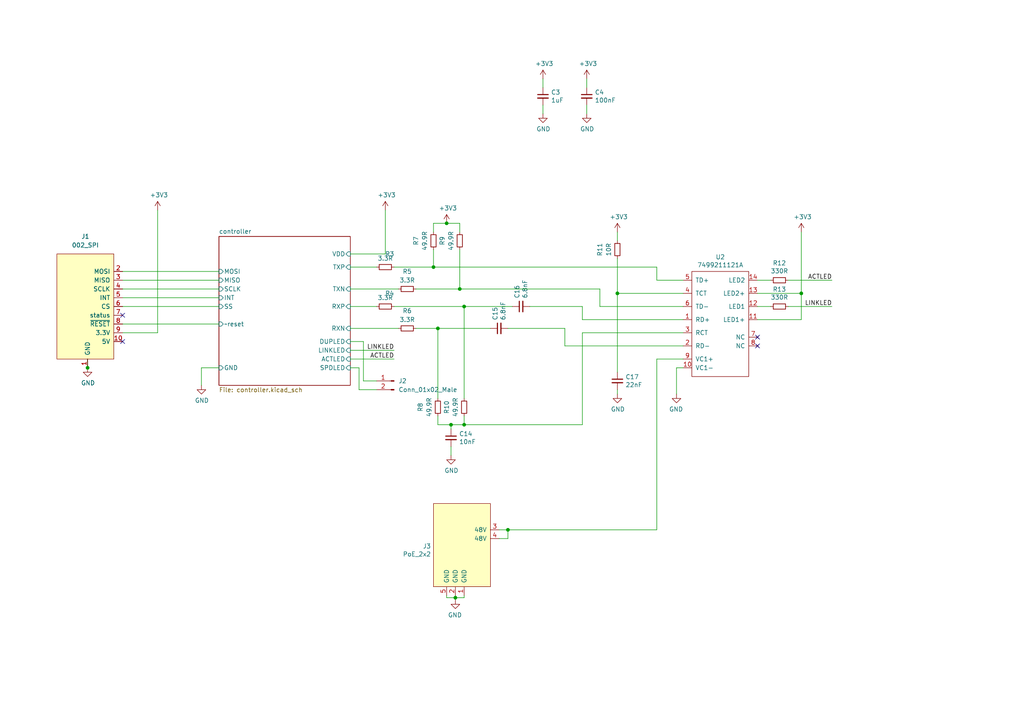
<source format=kicad_sch>
(kicad_sch (version 20211123) (generator eeschema)

  (uuid 0f41a909-27c4-4be2-9d5e-9ae2108c8ff5)

  (paper "A4")

  (lib_symbols
    (symbol "Auto-Intern:7499211121A" (pin_names (offset 1.016)) (in_bom yes) (on_board yes)
      (property "Reference" "U" (id 0) (at -7.62 13.97 0)
        (effects (font (size 1.27 1.27)))
      )
      (property "Value" "Auto-Intern_7499211121A" (id 1) (at 3.81 13.97 0)
        (effects (font (size 1.27 1.27)))
      )
      (property "Footprint" "" (id 2) (at -2.54 7.62 0)
        (effects (font (size 1.27 1.27)) hide)
      )
      (property "Datasheet" "" (id 3) (at -2.54 7.62 0)
        (effects (font (size 1.27 1.27)) hide)
      )
      (symbol "7499211121A_0_1"
        (rectangle (start -7.62 12.7) (end 8.89 -17.78)
          (stroke (width 0) (type default) (color 0 0 0 0))
          (fill (type none))
        )
      )
      (symbol "7499211121A_1_1"
        (pin bidirectional line (at -10.16 -1.27 0) (length 2.54)
          (name "RD+" (effects (font (size 1.27 1.27))))
          (number "1" (effects (font (size 1.27 1.27))))
        )
        (pin unspecified line (at -10.16 -15.24 0) (length 2.54)
          (name "VC1-" (effects (font (size 1.27 1.27))))
          (number "10" (effects (font (size 1.27 1.27))))
        )
        (pin bidirectional line (at 11.43 -1.27 180) (length 2.54)
          (name "LED1+" (effects (font (size 1.27 1.27))))
          (number "11" (effects (font (size 1.27 1.27))))
        )
        (pin bidirectional line (at 11.43 2.54 180) (length 2.54)
          (name "LED1" (effects (font (size 1.27 1.27))))
          (number "12" (effects (font (size 1.27 1.27))))
        )
        (pin bidirectional line (at 11.43 6.35 180) (length 2.54)
          (name "LED2+" (effects (font (size 1.27 1.27))))
          (number "13" (effects (font (size 1.27 1.27))))
        )
        (pin bidirectional line (at 11.43 10.16 180) (length 2.54)
          (name "LED2" (effects (font (size 1.27 1.27))))
          (number "14" (effects (font (size 1.27 1.27))))
        )
        (pin bidirectional line (at -10.16 -8.89 0) (length 2.54)
          (name "RD-" (effects (font (size 1.27 1.27))))
          (number "2" (effects (font (size 1.27 1.27))))
        )
        (pin bidirectional line (at -10.16 -5.08 0) (length 2.54)
          (name "RCT" (effects (font (size 1.27 1.27))))
          (number "3" (effects (font (size 1.27 1.27))))
        )
        (pin bidirectional line (at -10.16 6.35 0) (length 2.54)
          (name "TCT" (effects (font (size 1.27 1.27))))
          (number "4" (effects (font (size 1.27 1.27))))
        )
        (pin bidirectional line (at -10.16 10.16 0) (length 2.54)
          (name "TD+" (effects (font (size 1.27 1.27))))
          (number "5" (effects (font (size 1.27 1.27))))
        )
        (pin bidirectional line (at -10.16 2.54 0) (length 2.54)
          (name "TD-" (effects (font (size 1.27 1.27))))
          (number "6" (effects (font (size 1.27 1.27))))
        )
        (pin no_connect line (at 11.43 -6.35 180) (length 2.54)
          (name "NC" (effects (font (size 1.27 1.27))))
          (number "7" (effects (font (size 1.27 1.27))))
        )
        (pin no_connect line (at 11.43 -8.89 180) (length 2.54)
          (name "NC" (effects (font (size 1.27 1.27))))
          (number "8" (effects (font (size 1.27 1.27))))
        )
        (pin unspecified line (at -10.16 -12.7 0) (length 2.54)
          (name "VC1+" (effects (font (size 1.27 1.27))))
          (number "9" (effects (font (size 1.27 1.27))))
        )
      )
    )
    (symbol "Connector:Conn_01x02_Male" (pin_names (offset 1.016) hide) (in_bom yes) (on_board yes)
      (property "Reference" "J" (id 0) (at 0 2.54 0)
        (effects (font (size 1.27 1.27)))
      )
      (property "Value" "Conn_01x02_Male" (id 1) (at 0 -5.08 0)
        (effects (font (size 1.27 1.27)))
      )
      (property "Footprint" "" (id 2) (at 0 0 0)
        (effects (font (size 1.27 1.27)) hide)
      )
      (property "Datasheet" "~" (id 3) (at 0 0 0)
        (effects (font (size 1.27 1.27)) hide)
      )
      (property "ki_keywords" "connector" (id 4) (at 0 0 0)
        (effects (font (size 1.27 1.27)) hide)
      )
      (property "ki_description" "Generic connector, single row, 01x02, script generated (kicad-library-utils/schlib/autogen/connector/)" (id 5) (at 0 0 0)
        (effects (font (size 1.27 1.27)) hide)
      )
      (property "ki_fp_filters" "Connector*:*_1x??_*" (id 6) (at 0 0 0)
        (effects (font (size 1.27 1.27)) hide)
      )
      (symbol "Conn_01x02_Male_1_1"
        (polyline
          (pts
            (xy 1.27 -2.54)
            (xy 0.8636 -2.54)
          )
          (stroke (width 0.1524) (type default) (color 0 0 0 0))
          (fill (type none))
        )
        (polyline
          (pts
            (xy 1.27 0)
            (xy 0.8636 0)
          )
          (stroke (width 0.1524) (type default) (color 0 0 0 0))
          (fill (type none))
        )
        (rectangle (start 0.8636 -2.413) (end 0 -2.667)
          (stroke (width 0.1524) (type default) (color 0 0 0 0))
          (fill (type outline))
        )
        (rectangle (start 0.8636 0.127) (end 0 -0.127)
          (stroke (width 0.1524) (type default) (color 0 0 0 0))
          (fill (type outline))
        )
        (pin passive line (at 5.08 0 180) (length 3.81)
          (name "Pin_1" (effects (font (size 1.27 1.27))))
          (number "1" (effects (font (size 1.27 1.27))))
        )
        (pin passive line (at 5.08 -2.54 180) (length 3.81)
          (name "Pin_2" (effects (font (size 1.27 1.27))))
          (number "2" (effects (font (size 1.27 1.27))))
        )
      )
    )
    (symbol "Device:C_Small" (pin_numbers hide) (pin_names (offset 0.254) hide) (in_bom yes) (on_board yes)
      (property "Reference" "C" (id 0) (at 0.254 1.778 0)
        (effects (font (size 1.27 1.27)) (justify left))
      )
      (property "Value" "C_Small" (id 1) (at 0.254 -2.032 0)
        (effects (font (size 1.27 1.27)) (justify left))
      )
      (property "Footprint" "" (id 2) (at 0 0 0)
        (effects (font (size 1.27 1.27)) hide)
      )
      (property "Datasheet" "~" (id 3) (at 0 0 0)
        (effects (font (size 1.27 1.27)) hide)
      )
      (property "ki_keywords" "capacitor cap" (id 4) (at 0 0 0)
        (effects (font (size 1.27 1.27)) hide)
      )
      (property "ki_description" "Unpolarized capacitor, small symbol" (id 5) (at 0 0 0)
        (effects (font (size 1.27 1.27)) hide)
      )
      (property "ki_fp_filters" "C_*" (id 6) (at 0 0 0)
        (effects (font (size 1.27 1.27)) hide)
      )
      (symbol "C_Small_0_1"
        (polyline
          (pts
            (xy -1.524 -0.508)
            (xy 1.524 -0.508)
          )
          (stroke (width 0.3302) (type default) (color 0 0 0 0))
          (fill (type none))
        )
        (polyline
          (pts
            (xy -1.524 0.508)
            (xy 1.524 0.508)
          )
          (stroke (width 0.3048) (type default) (color 0 0 0 0))
          (fill (type none))
        )
      )
      (symbol "C_Small_1_1"
        (pin passive line (at 0 2.54 270) (length 2.032)
          (name "~" (effects (font (size 1.27 1.27))))
          (number "1" (effects (font (size 1.27 1.27))))
        )
        (pin passive line (at 0 -2.54 90) (length 2.032)
          (name "~" (effects (font (size 1.27 1.27))))
          (number "2" (effects (font (size 1.27 1.27))))
        )
      )
    )
    (symbol "Device:R_Small" (pin_numbers hide) (pin_names (offset 0.254) hide) (in_bom yes) (on_board yes)
      (property "Reference" "R" (id 0) (at 0.762 0.508 0)
        (effects (font (size 1.27 1.27)) (justify left))
      )
      (property "Value" "R_Small" (id 1) (at 0.762 -1.016 0)
        (effects (font (size 1.27 1.27)) (justify left))
      )
      (property "Footprint" "" (id 2) (at 0 0 0)
        (effects (font (size 1.27 1.27)) hide)
      )
      (property "Datasheet" "~" (id 3) (at 0 0 0)
        (effects (font (size 1.27 1.27)) hide)
      )
      (property "ki_keywords" "R resistor" (id 4) (at 0 0 0)
        (effects (font (size 1.27 1.27)) hide)
      )
      (property "ki_description" "Resistor, small symbol" (id 5) (at 0 0 0)
        (effects (font (size 1.27 1.27)) hide)
      )
      (property "ki_fp_filters" "R_*" (id 6) (at 0 0 0)
        (effects (font (size 1.27 1.27)) hide)
      )
      (symbol "R_Small_0_1"
        (rectangle (start -0.762 1.778) (end 0.762 -1.778)
          (stroke (width 0.2032) (type default) (color 0 0 0 0))
          (fill (type none))
        )
      )
      (symbol "R_Small_1_1"
        (pin passive line (at 0 2.54 270) (length 0.762)
          (name "~" (effects (font (size 1.27 1.27))))
          (number "1" (effects (font (size 1.27 1.27))))
        )
        (pin passive line (at 0 -2.54 90) (length 0.762)
          (name "~" (effects (font (size 1.27 1.27))))
          (number "2" (effects (font (size 1.27 1.27))))
        )
      )
    )
    (symbol "board-rescue:PoE_rectified-put_on_edge" (pin_names (offset 1.016)) (in_bom yes) (on_board yes)
      (property "Reference" "J" (id 0) (at -2.54 13.97 0)
        (effects (font (size 1.27 1.27)))
      )
      (property "Value" "board-rescue_PoE_rectified-put_on_edge" (id 1) (at 8.89 13.97 0)
        (effects (font (size 1.27 1.27)))
      )
      (property "Footprint" "" (id 2) (at 7.62 16.51 0)
        (effects (font (size 1.27 1.27)) hide)
      )
      (property "Datasheet" "" (id 3) (at 7.62 16.51 0)
        (effects (font (size 1.27 1.27)) hide)
      )
      (symbol "PoE_rectified-put_on_edge_0_1"
        (rectangle (start -8.89 12.7) (end 7.62 -11.43)
          (stroke (width 0) (type default) (color 0 0 0 0))
          (fill (type background))
        )
      )
      (symbol "PoE_rectified-put_on_edge_1_1"
        (pin power_in line (at -1.27 -13.97 90) (length 2.54)
          (name "GND" (effects (font (size 1.27 1.27))))
          (number "1" (effects (font (size 1.27 1.27))))
        )
        (pin power_in line (at 1.27 -13.97 90) (length 2.54)
          (name "GND" (effects (font (size 1.27 1.27))))
          (number "2" (effects (font (size 1.27 1.27))))
        )
        (pin bidirectional line (at -11.43 5.08 0) (length 2.54)
          (name "48V" (effects (font (size 1.27 1.27))))
          (number "3" (effects (font (size 1.27 1.27))))
        )
        (pin bidirectional line (at -11.43 2.54 0) (length 2.54)
          (name "48V" (effects (font (size 1.27 1.27))))
          (number "4" (effects (font (size 1.27 1.27))))
        )
        (pin power_in line (at 3.81 -13.97 90) (length 2.54)
          (name "GND" (effects (font (size 1.27 1.27))))
          (number "5" (effects (font (size 1.27 1.27))))
        )
      )
    )
    (symbol "power:+3.3V" (power) (pin_names (offset 0)) (in_bom yes) (on_board yes)
      (property "Reference" "#PWR" (id 0) (at 0 -3.81 0)
        (effects (font (size 1.27 1.27)) hide)
      )
      (property "Value" "+3.3V" (id 1) (at 0 3.556 0)
        (effects (font (size 1.27 1.27)))
      )
      (property "Footprint" "" (id 2) (at 0 0 0)
        (effects (font (size 1.27 1.27)) hide)
      )
      (property "Datasheet" "" (id 3) (at 0 0 0)
        (effects (font (size 1.27 1.27)) hide)
      )
      (property "ki_keywords" "power-flag" (id 4) (at 0 0 0)
        (effects (font (size 1.27 1.27)) hide)
      )
      (property "ki_description" "Power symbol creates a global label with name \"+3.3V\"" (id 5) (at 0 0 0)
        (effects (font (size 1.27 1.27)) hide)
      )
      (symbol "+3.3V_0_1"
        (polyline
          (pts
            (xy -0.762 1.27)
            (xy 0 2.54)
          )
          (stroke (width 0) (type default) (color 0 0 0 0))
          (fill (type none))
        )
        (polyline
          (pts
            (xy 0 0)
            (xy 0 2.54)
          )
          (stroke (width 0) (type default) (color 0 0 0 0))
          (fill (type none))
        )
        (polyline
          (pts
            (xy 0 2.54)
            (xy 0.762 1.27)
          )
          (stroke (width 0) (type default) (color 0 0 0 0))
          (fill (type none))
        )
      )
      (symbol "+3.3V_1_1"
        (pin power_in line (at 0 0 90) (length 0) hide
          (name "+3V3" (effects (font (size 1.27 1.27))))
          (number "1" (effects (font (size 1.27 1.27))))
        )
      )
    )
    (symbol "power:GND" (power) (pin_names (offset 0)) (in_bom yes) (on_board yes)
      (property "Reference" "#PWR" (id 0) (at 0 -6.35 0)
        (effects (font (size 1.27 1.27)) hide)
      )
      (property "Value" "GND" (id 1) (at 0 -3.81 0)
        (effects (font (size 1.27 1.27)))
      )
      (property "Footprint" "" (id 2) (at 0 0 0)
        (effects (font (size 1.27 1.27)) hide)
      )
      (property "Datasheet" "" (id 3) (at 0 0 0)
        (effects (font (size 1.27 1.27)) hide)
      )
      (property "ki_keywords" "power-flag" (id 4) (at 0 0 0)
        (effects (font (size 1.27 1.27)) hide)
      )
      (property "ki_description" "Power symbol creates a global label with name \"GND\" , ground" (id 5) (at 0 0 0)
        (effects (font (size 1.27 1.27)) hide)
      )
      (symbol "GND_0_1"
        (polyline
          (pts
            (xy 0 0)
            (xy 0 -1.27)
            (xy 1.27 -1.27)
            (xy 0 -2.54)
            (xy -1.27 -1.27)
            (xy 0 -1.27)
          )
          (stroke (width 0) (type default) (color 0 0 0 0))
          (fill (type none))
        )
      )
      (symbol "GND_1_1"
        (pin power_in line (at 0 0 270) (length 0) hide
          (name "GND" (effects (font (size 1.27 1.27))))
          (number "1" (effects (font (size 1.27 1.27))))
        )
      )
    )
    (symbol "put_on_edge:002_SPI" (pin_names (offset 1.016)) (in_bom yes) (on_board yes)
      (property "Reference" "J" (id 0) (at -1.27 13.97 0)
        (effects (font (size 1.27 1.27)))
      )
      (property "Value" "002_SPI" (id 1) (at 10.16 13.97 0)
        (effects (font (size 1.27 1.27)))
      )
      (property "Footprint" "" (id 2) (at 8.89 16.51 0)
        (effects (font (size 1.27 1.27)) hide)
      )
      (property "Datasheet" "" (id 3) (at 8.89 16.51 0)
        (effects (font (size 1.27 1.27)) hide)
      )
      (symbol "002_SPI_0_1"
        (rectangle (start -7.62 12.7) (end 8.89 -17.78)
          (stroke (width 0) (type default) (color 0 0 0 0))
          (fill (type background))
        )
      )
      (symbol "002_SPI_1_1"
        (pin power_in line (at 0 -20.32 90) (length 2.54)
          (name "GND" (effects (font (size 1.27 1.27))))
          (number "1" (effects (font (size 1.27 1.27))))
        )
        (pin power_in line (at -10.16 -12.7 0) (length 2.54)
          (name "5V" (effects (font (size 1.27 1.27))))
          (number "10" (effects (font (size 1.27 1.27))))
        )
        (pin bidirectional line (at -10.16 7.62 0) (length 2.54)
          (name "MOSI" (effects (font (size 1.27 1.27))))
          (number "2" (effects (font (size 1.27 1.27))))
        )
        (pin bidirectional line (at -10.16 5.08 0) (length 2.54)
          (name "MISO" (effects (font (size 1.27 1.27))))
          (number "3" (effects (font (size 1.27 1.27))))
        )
        (pin bidirectional line (at -10.16 2.54 0) (length 2.54)
          (name "SCLK" (effects (font (size 1.27 1.27))))
          (number "4" (effects (font (size 1.27 1.27))))
        )
        (pin bidirectional line (at -10.16 0 0) (length 2.54)
          (name "INT" (effects (font (size 1.27 1.27))))
          (number "5" (effects (font (size 1.27 1.27))))
        )
        (pin bidirectional line (at -10.16 -2.54 0) (length 2.54)
          (name "CS" (effects (font (size 1.27 1.27))))
          (number "6" (effects (font (size 1.27 1.27))))
        )
        (pin bidirectional line (at -10.16 -5.08 0) (length 2.54)
          (name "status" (effects (font (size 1.27 1.27))))
          (number "7" (effects (font (size 1.27 1.27))))
        )
        (pin bidirectional line (at -10.16 -7.62 0) (length 2.54)
          (name "~{RESET}" (effects (font (size 1.27 1.27))))
          (number "8" (effects (font (size 1.27 1.27))))
        )
        (pin power_in line (at -10.16 -10.16 0) (length 2.54)
          (name "3.3V" (effects (font (size 1.27 1.27))))
          (number "9" (effects (font (size 1.27 1.27))))
        )
      )
    )
  )

  (junction (at 232.41 85.09) (diameter 0) (color 0 0 0 0)
    (uuid 18a8e287-d1c7-45b6-a196-710aa99585f3)
  )
  (junction (at 25.4 106.68) (diameter 0) (color 0 0 0 0)
    (uuid 556e36fa-b2c4-40ab-b012-9f8ceafd0990)
  )
  (junction (at 129.54 64.77) (diameter 0) (color 0 0 0 0)
    (uuid 6c5cad7b-c96b-4de1-a6a2-83068dee2691)
  )
  (junction (at 130.81 123.19) (diameter 0) (color 0 0 0 0)
    (uuid 94cb27ff-892e-4622-a62f-a249582d6e10)
  )
  (junction (at 134.62 123.19) (diameter 0) (color 0 0 0 0)
    (uuid c9f6b66d-184c-4099-ac3c-709e9bf0172a)
  )
  (junction (at 147.32 153.67) (diameter 0) (color 0 0 0 0)
    (uuid cc4c201d-ac1f-4cc2-9d08-d218cab03b86)
  )
  (junction (at 127 95.25) (diameter 0) (color 0 0 0 0)
    (uuid e6c9793c-3c5e-4efc-9523-85b542ff25d4)
  )
  (junction (at 125.73 77.47) (diameter 0) (color 0 0 0 0)
    (uuid ebdd1ba1-172a-4be0-9742-18cbe0f4e22d)
  )
  (junction (at 132.08 173.355) (diameter 0) (color 0 0 0 0)
    (uuid f21adf6a-f285-4b44-adee-f33ac0ad1ce8)
  )
  (junction (at 134.62 88.9) (diameter 0) (color 0 0 0 0)
    (uuid fab02a61-6a32-4726-8c49-1f6a0665af61)
  )
  (junction (at 133.35 83.82) (diameter 0) (color 0 0 0 0)
    (uuid fc3a8a4c-19f6-4937-9a2e-7bbf2ea51fef)
  )
  (junction (at 179.07 85.09) (diameter 0) (color 0 0 0 0)
    (uuid fd9552ec-cb2b-4f3c-8c5a-840ddee32ea3)
  )

  (no_connect (at 35.56 91.44) (uuid 2e642b3e-a476-4c54-9a52-dcea955640cd))
  (no_connect (at 219.71 97.79) (uuid 429d8298-5e79-4d7a-bf0d-7cf25fa82a32))
  (no_connect (at 35.56 99.06) (uuid 81b2e16b-cf75-4659-934e-2bef81ccaac6))
  (no_connect (at 219.71 100.33) (uuid d18c946f-d9af-4bde-a889-de42a35dba9a))

  (wire (pts (xy 111.76 73.66) (xy 111.76 60.96))
    (stroke (width 0) (type default) (color 0 0 0 0))
    (uuid 0147f16a-c952-4891-8f53-a9fb8cddeb8d)
  )
  (wire (pts (xy 130.81 123.19) (xy 130.81 124.46))
    (stroke (width 0) (type default) (color 0 0 0 0))
    (uuid 01b073d1-15ce-42f0-9986-d908c8dd443b)
  )
  (wire (pts (xy 35.56 78.74) (xy 63.5 78.74))
    (stroke (width 0) (type default) (color 0 0 0 0))
    (uuid 063b43a5-16c5-41cd-9d53-d5fd3d2a3419)
  )
  (wire (pts (xy 109.22 110.49) (xy 105.41 110.49))
    (stroke (width 0) (type default) (color 0 0 0 0))
    (uuid 0918b993-41cb-4987-b371-b919570a3044)
  )
  (wire (pts (xy 196.215 106.68) (xy 198.12 106.68))
    (stroke (width 0) (type default) (color 0 0 0 0))
    (uuid 0c7a4b18-4f87-4530-9664-42ea05ddb3cf)
  )
  (wire (pts (xy 163.83 100.33) (xy 198.12 100.33))
    (stroke (width 0) (type default) (color 0 0 0 0))
    (uuid 0cadde68-8d45-4768-a3a5-bb62da444f47)
  )
  (wire (pts (xy 132.08 173.355) (xy 129.54 173.355))
    (stroke (width 0) (type default) (color 0 0 0 0))
    (uuid 0e3033c9-10ba-4ec4-9f5a-f9c0baa896c5)
  )
  (wire (pts (xy 147.32 95.25) (xy 163.83 95.25))
    (stroke (width 0) (type default) (color 0 0 0 0))
    (uuid 0e7b9fdc-b555-49c7-8ba2-702da493bde4)
  )
  (wire (pts (xy 198.12 92.71) (xy 168.91 92.71))
    (stroke (width 0) (type default) (color 0 0 0 0))
    (uuid 0fd105bb-216a-46d5-8122-038a78849b14)
  )
  (wire (pts (xy 63.5 81.28) (xy 35.56 81.28))
    (stroke (width 0) (type default) (color 0 0 0 0))
    (uuid 13475e15-f37c-4de8-857e-1722b0c39513)
  )
  (wire (pts (xy 105.41 110.49) (xy 105.41 99.06))
    (stroke (width 0) (type default) (color 0 0 0 0))
    (uuid 15c61be1-2270-4ddc-abef-3c1235fa942e)
  )
  (wire (pts (xy 157.48 30.48) (xy 157.48 33.02))
    (stroke (width 0) (type default) (color 0 0 0 0))
    (uuid 1e1b062d-fad0-427c-a622-c5b8a80b5268)
  )
  (wire (pts (xy 132.08 173.355) (xy 132.08 173.99))
    (stroke (width 0) (type default) (color 0 0 0 0))
    (uuid 20c1f2b0-56dc-40de-9474-4172d911dab5)
  )
  (wire (pts (xy 63.5 83.82) (xy 35.56 83.82))
    (stroke (width 0) (type default) (color 0 0 0 0))
    (uuid 2732632c-4768-42b6-bf7f-14643424019e)
  )
  (wire (pts (xy 228.6 88.9) (xy 241.3 88.9))
    (stroke (width 0) (type default) (color 0 0 0 0))
    (uuid 30cd8754-5a38-4a0a-9275-6282bb2c6bc4)
  )
  (wire (pts (xy 168.91 123.19) (xy 168.91 96.52))
    (stroke (width 0) (type default) (color 0 0 0 0))
    (uuid 31d2062a-4202-4bbf-8f91-21874fb751cd)
  )
  (wire (pts (xy 35.56 88.9) (xy 63.5 88.9))
    (stroke (width 0) (type default) (color 0 0 0 0))
    (uuid 325964ac-707a-4db9-9457-88ae8b311329)
  )
  (wire (pts (xy 190.5 153.67) (xy 147.32 153.67))
    (stroke (width 0) (type default) (color 0 0 0 0))
    (uuid 3475cfaf-13e4-407e-b469-3316a67d3e51)
  )
  (wire (pts (xy 125.73 77.47) (xy 190.5 77.47))
    (stroke (width 0) (type default) (color 0 0 0 0))
    (uuid 384adc5a-e688-4aa5-a4aa-b5b6e9eba4d8)
  )
  (wire (pts (xy 228.6 81.28) (xy 241.3 81.28))
    (stroke (width 0) (type default) (color 0 0 0 0))
    (uuid 38696799-ee79-42a5-b275-ba3cdf12623d)
  )
  (wire (pts (xy 114.3 77.47) (xy 125.73 77.47))
    (stroke (width 0) (type default) (color 0 0 0 0))
    (uuid 39ad5fb1-314d-424c-a25f-706c1a8b3b55)
  )
  (wire (pts (xy 173.99 88.9) (xy 173.99 83.82))
    (stroke (width 0) (type default) (color 0 0 0 0))
    (uuid 3a06e4e0-634b-426a-a0ab-d37016f35ddc)
  )
  (wire (pts (xy 170.18 22.86) (xy 170.18 25.4))
    (stroke (width 0) (type default) (color 0 0 0 0))
    (uuid 3b838d52-596d-4e4d-a6ac-e4c8e7621137)
  )
  (wire (pts (xy 45.72 60.96) (xy 45.72 96.52))
    (stroke (width 0) (type default) (color 0 0 0 0))
    (uuid 3dcc657b-55a1-48e0-9667-e01e7b6b08b5)
  )
  (wire (pts (xy 147.32 153.67) (xy 144.78 153.67))
    (stroke (width 0) (type default) (color 0 0 0 0))
    (uuid 3fe9fa95-21b9-4464-b245-ddb504954281)
  )
  (wire (pts (xy 153.67 88.9) (xy 168.91 88.9))
    (stroke (width 0) (type default) (color 0 0 0 0))
    (uuid 40374449-6c59-447a-9bd3-5f6200cde0fa)
  )
  (wire (pts (xy 190.5 77.47) (xy 190.5 81.28))
    (stroke (width 0) (type default) (color 0 0 0 0))
    (uuid 45e27a1c-1d91-46fc-b67b-7a54472c6396)
  )
  (wire (pts (xy 58.42 111.76) (xy 58.42 106.68))
    (stroke (width 0) (type default) (color 0 0 0 0))
    (uuid 46918595-4a45-48e8-84c0-961b4db7f35f)
  )
  (wire (pts (xy 101.6 88.9) (xy 109.22 88.9))
    (stroke (width 0) (type default) (color 0 0 0 0))
    (uuid 4ca9ec1c-aa0f-4c83-8bbb-f0bde71640dd)
  )
  (wire (pts (xy 105.41 99.06) (xy 101.6 99.06))
    (stroke (width 0) (type default) (color 0 0 0 0))
    (uuid 4e20c7b2-7da1-4d43-ae31-c585422f833a)
  )
  (wire (pts (xy 120.65 95.25) (xy 127 95.25))
    (stroke (width 0) (type default) (color 0 0 0 0))
    (uuid 4e867caf-c5f4-4880-abdd-1377a6a4eb4c)
  )
  (wire (pts (xy 179.07 85.09) (xy 198.12 85.09))
    (stroke (width 0) (type default) (color 0 0 0 0))
    (uuid 4f9e6cae-fab3-4485-8e9d-93d0810a8d1e)
  )
  (wire (pts (xy 232.41 92.71) (xy 219.71 92.71))
    (stroke (width 0) (type default) (color 0 0 0 0))
    (uuid 524253e2-f492-456d-81ff-cb5bcd1a6f3e)
  )
  (wire (pts (xy 35.56 93.98) (xy 63.5 93.98))
    (stroke (width 0) (type default) (color 0 0 0 0))
    (uuid 57693f89-f717-49a5-83bb-e74753e173b9)
  )
  (wire (pts (xy 134.62 88.9) (xy 134.62 115.57))
    (stroke (width 0) (type default) (color 0 0 0 0))
    (uuid 58040270-bf9f-49d9-b8bb-3b98fbf675c2)
  )
  (wire (pts (xy 101.6 101.6) (xy 114.3 101.6))
    (stroke (width 0) (type default) (color 0 0 0 0))
    (uuid 5925070e-ca54-4f81-9f05-a7a97e877395)
  )
  (wire (pts (xy 168.91 92.71) (xy 168.91 88.9))
    (stroke (width 0) (type default) (color 0 0 0 0))
    (uuid 59aaa0cc-e26d-4e19-9e0a-b46f56f6b40f)
  )
  (wire (pts (xy 190.5 104.14) (xy 190.5 153.67))
    (stroke (width 0) (type default) (color 0 0 0 0))
    (uuid 5e7434f4-731e-4b81-b192-1b565e5329f8)
  )
  (wire (pts (xy 179.07 67.31) (xy 179.07 69.85))
    (stroke (width 0) (type default) (color 0 0 0 0))
    (uuid 61150bcb-5774-4ead-b589-316ae7653558)
  )
  (wire (pts (xy 45.72 96.52) (xy 35.56 96.52))
    (stroke (width 0) (type default) (color 0 0 0 0))
    (uuid 67f6e996-3c99-493c-8f6f-e739e2ed5d7a)
  )
  (wire (pts (xy 101.6 73.66) (xy 111.76 73.66))
    (stroke (width 0) (type default) (color 0 0 0 0))
    (uuid 6a44418c-7bb4-4e99-8836-57f153c19721)
  )
  (wire (pts (xy 232.41 67.31) (xy 232.41 85.09))
    (stroke (width 0) (type default) (color 0 0 0 0))
    (uuid 6e25fb9d-c470-42f9-bdaa-4bcf500a0c94)
  )
  (wire (pts (xy 130.81 123.19) (xy 134.62 123.19))
    (stroke (width 0) (type default) (color 0 0 0 0))
    (uuid 6ec65ffc-6b5b-4cc4-b017-5172f5f79d50)
  )
  (wire (pts (xy 134.62 123.19) (xy 134.62 120.65))
    (stroke (width 0) (type default) (color 0 0 0 0))
    (uuid 7aa8e01e-362e-465d-bb51-250a2b1f1e06)
  )
  (wire (pts (xy 223.52 81.28) (xy 219.71 81.28))
    (stroke (width 0) (type default) (color 0 0 0 0))
    (uuid 7fa0dac8-3c7a-41e3-abec-5a25513b953e)
  )
  (wire (pts (xy 35.56 86.36) (xy 63.5 86.36))
    (stroke (width 0) (type default) (color 0 0 0 0))
    (uuid 8034cc81-7bd8-47fc-934d-939c4444454d)
  )
  (wire (pts (xy 129.54 64.77) (xy 133.35 64.77))
    (stroke (width 0) (type default) (color 0 0 0 0))
    (uuid 829e7b01-9305-4b60-9781-9b8710a4b068)
  )
  (wire (pts (xy 168.91 96.52) (xy 198.12 96.52))
    (stroke (width 0) (type default) (color 0 0 0 0))
    (uuid 8314209d-97cb-4c91-a11c-c6feda840b33)
  )
  (wire (pts (xy 101.6 83.82) (xy 115.57 83.82))
    (stroke (width 0) (type default) (color 0 0 0 0))
    (uuid 8427209f-fe35-4876-8b04-9131af08c905)
  )
  (wire (pts (xy 223.52 88.9) (xy 219.71 88.9))
    (stroke (width 0) (type default) (color 0 0 0 0))
    (uuid 89418c64-83aa-43cf-af96-a0ed16e8498f)
  )
  (wire (pts (xy 101.6 77.47) (xy 109.22 77.47))
    (stroke (width 0) (type default) (color 0 0 0 0))
    (uuid 8bd024a7-df49-47e8-aba5-fc444a470caa)
  )
  (wire (pts (xy 127 95.25) (xy 127 115.57))
    (stroke (width 0) (type default) (color 0 0 0 0))
    (uuid 8dbf8af9-9428-4541-b730-7a161198bd67)
  )
  (wire (pts (xy 133.35 83.82) (xy 133.35 72.39))
    (stroke (width 0) (type default) (color 0 0 0 0))
    (uuid 90e100b0-e134-4b14-95a7-4eb92e4f6901)
  )
  (wire (pts (xy 163.83 95.25) (xy 163.83 100.33))
    (stroke (width 0) (type default) (color 0 0 0 0))
    (uuid 96147316-42a4-4ec4-846f-107ed63caa8a)
  )
  (wire (pts (xy 127 95.25) (xy 142.24 95.25))
    (stroke (width 0) (type default) (color 0 0 0 0))
    (uuid 9cab8427-9603-4e9a-b7e1-fd6a80b7a667)
  )
  (wire (pts (xy 133.35 64.77) (xy 133.35 67.31))
    (stroke (width 0) (type default) (color 0 0 0 0))
    (uuid 9cce23af-a996-4b1b-b0d6-7319c8c629f8)
  )
  (wire (pts (xy 58.42 106.68) (xy 63.5 106.68))
    (stroke (width 0) (type default) (color 0 0 0 0))
    (uuid 9ccf03e8-755a-4cd9-96fc-30e1d08fa253)
  )
  (wire (pts (xy 179.07 113.03) (xy 179.07 114.3))
    (stroke (width 0) (type default) (color 0 0 0 0))
    (uuid 9e0c3c4a-aa9b-4429-a44b-ee0f4a861b06)
  )
  (wire (pts (xy 190.5 81.28) (xy 198.12 81.28))
    (stroke (width 0) (type default) (color 0 0 0 0))
    (uuid a0478b9c-ac4c-454b-bdd8-3f429ce9ac67)
  )
  (wire (pts (xy 125.73 67.31) (xy 125.73 64.77))
    (stroke (width 0) (type default) (color 0 0 0 0))
    (uuid a7e2b62b-ac49-4e5c-acea-ee8905380001)
  )
  (wire (pts (xy 133.35 83.82) (xy 173.99 83.82))
    (stroke (width 0) (type default) (color 0 0 0 0))
    (uuid a8516cef-7cea-4df6-aa2b-e14d12cb7604)
  )
  (wire (pts (xy 232.41 85.09) (xy 232.41 92.71))
    (stroke (width 0) (type default) (color 0 0 0 0))
    (uuid aacb3406-9bae-4b37-b93b-5ee2786650fb)
  )
  (wire (pts (xy 134.62 88.9) (xy 148.59 88.9))
    (stroke (width 0) (type default) (color 0 0 0 0))
    (uuid adecee1f-2626-4b20-89dc-d87700da05d4)
  )
  (wire (pts (xy 147.32 156.21) (xy 147.32 153.67))
    (stroke (width 0) (type default) (color 0 0 0 0))
    (uuid b1a2bc35-d1ff-405e-9ba5-c7216b154c95)
  )
  (wire (pts (xy 25.4 106.68) (xy 25.4 104.14))
    (stroke (width 0) (type default) (color 0 0 0 0))
    (uuid b3d08afa-f296-4e3b-8825-73b6331d35bf)
  )
  (wire (pts (xy 127 123.19) (xy 130.81 123.19))
    (stroke (width 0) (type default) (color 0 0 0 0))
    (uuid b3e43c84-7289-4011-a6b0-d60d513fa13f)
  )
  (wire (pts (xy 101.6 95.25) (xy 115.57 95.25))
    (stroke (width 0) (type default) (color 0 0 0 0))
    (uuid b9b84a0b-33e5-44f4-9543-8495d159b6be)
  )
  (wire (pts (xy 144.78 156.21) (xy 147.32 156.21))
    (stroke (width 0) (type default) (color 0 0 0 0))
    (uuid bc22d8b0-9038-410d-b0a4-ef6584a2010c)
  )
  (wire (pts (xy 114.3 88.9) (xy 134.62 88.9))
    (stroke (width 0) (type default) (color 0 0 0 0))
    (uuid c2cf106e-6db2-4c7d-8366-83fd4c1917cf)
  )
  (wire (pts (xy 219.71 85.09) (xy 232.41 85.09))
    (stroke (width 0) (type default) (color 0 0 0 0))
    (uuid c2f7cd71-9f50-428c-a1c2-480920c28329)
  )
  (wire (pts (xy 104.14 113.03) (xy 104.14 106.68))
    (stroke (width 0) (type default) (color 0 0 0 0))
    (uuid c4d4f74d-6535-40f1-87d3-1073ecf33121)
  )
  (wire (pts (xy 130.81 129.54) (xy 130.81 132.08))
    (stroke (width 0) (type default) (color 0 0 0 0))
    (uuid c544536d-a065-4c9b-afb0-8234cfb1a10f)
  )
  (wire (pts (xy 173.99 88.9) (xy 198.12 88.9))
    (stroke (width 0) (type default) (color 0 0 0 0))
    (uuid c5853cef-a8ab-4efc-bcf9-29beb9fffe8a)
  )
  (wire (pts (xy 125.73 64.77) (xy 129.54 64.77))
    (stroke (width 0) (type default) (color 0 0 0 0))
    (uuid c7a9029a-e8e7-4a19-81da-52c93883f51d)
  )
  (wire (pts (xy 170.18 30.48) (xy 170.18 33.02))
    (stroke (width 0) (type default) (color 0 0 0 0))
    (uuid cbdcaa78-3bbc-413f-91bf-2709119373ce)
  )
  (wire (pts (xy 179.07 74.93) (xy 179.07 85.09))
    (stroke (width 0) (type default) (color 0 0 0 0))
    (uuid cc1628b8-1be7-44c1-b334-35dcd2b3d013)
  )
  (wire (pts (xy 101.6 104.14) (xy 114.3 104.14))
    (stroke (width 0) (type default) (color 0 0 0 0))
    (uuid cf298a78-2e9f-49db-a510-1be1fbb83135)
  )
  (wire (pts (xy 134.62 173.355) (xy 132.08 173.355))
    (stroke (width 0) (type default) (color 0 0 0 0))
    (uuid d04609a5-dda0-4859-95b5-7b9c98ee48d6)
  )
  (wire (pts (xy 198.12 104.14) (xy 190.5 104.14))
    (stroke (width 0) (type default) (color 0 0 0 0))
    (uuid d0db25d4-f521-4fed-9818-bf756a7a2a26)
  )
  (wire (pts (xy 125.73 77.47) (xy 125.73 72.39))
    (stroke (width 0) (type default) (color 0 0 0 0))
    (uuid d1d77452-c3f9-4628-a083-39d9a3f81ec8)
  )
  (wire (pts (xy 120.65 83.82) (xy 133.35 83.82))
    (stroke (width 0) (type default) (color 0 0 0 0))
    (uuid d2a607d7-0b68-4f4c-8720-bed8f474d2c3)
  )
  (wire (pts (xy 129.54 173.355) (xy 129.54 172.72))
    (stroke (width 0) (type default) (color 0 0 0 0))
    (uuid d7278cec-9bf5-40d0-a7e9-73a064c77d8d)
  )
  (wire (pts (xy 157.48 22.86) (xy 157.48 25.4))
    (stroke (width 0) (type default) (color 0 0 0 0))
    (uuid d8603679-3e7b-4337-8dbc-1827f5f54d8a)
  )
  (wire (pts (xy 196.215 114.3) (xy 196.215 106.68))
    (stroke (width 0) (type default) (color 0 0 0 0))
    (uuid d92c98e1-57d8-4c84-9de3-bd59837d7fba)
  )
  (wire (pts (xy 104.14 106.68) (xy 101.6 106.68))
    (stroke (width 0) (type default) (color 0 0 0 0))
    (uuid e1adccda-0b4c-4549-ab79-6a181db277a9)
  )
  (wire (pts (xy 109.22 113.03) (xy 104.14 113.03))
    (stroke (width 0) (type default) (color 0 0 0 0))
    (uuid e3e454f8-12de-4a90-b1f8-8ac0babf43c1)
  )
  (wire (pts (xy 179.07 85.09) (xy 179.07 107.95))
    (stroke (width 0) (type default) (color 0 0 0 0))
    (uuid e8fe42ae-47c8-465c-aff1-113bcd151c96)
  )
  (wire (pts (xy 134.62 172.72) (xy 134.62 173.355))
    (stroke (width 0) (type default) (color 0 0 0 0))
    (uuid eba43cf1-6d26-4220-8888-7152819486ce)
  )
  (wire (pts (xy 132.08 173.355) (xy 132.08 172.72))
    (stroke (width 0) (type default) (color 0 0 0 0))
    (uuid f3628934-f111-4433-a08a-77780e1fa256)
  )
  (wire (pts (xy 127 120.65) (xy 127 123.19))
    (stroke (width 0) (type default) (color 0 0 0 0))
    (uuid f4f0805c-231a-4759-8c52-eda2f5aced80)
  )
  (wire (pts (xy 134.62 123.19) (xy 168.91 123.19))
    (stroke (width 0) (type default) (color 0 0 0 0))
    (uuid fea17c06-9afa-404c-928b-25fe272b5180)
  )

  (label "LINKLED" (at 241.3 88.9 180)
    (effects (font (size 1.27 1.27)) (justify right bottom))
    (uuid 529db227-7f77-4984-bb9d-895f524fd26d)
  )
  (label "ACTLED" (at 241.3 81.28 180)
    (effects (font (size 1.27 1.27)) (justify right bottom))
    (uuid 5b5586b7-339b-4146-93cf-82a4a36ef235)
  )
  (label "ACTLED" (at 114.3 104.14 180)
    (effects (font (size 1.27 1.27)) (justify right bottom))
    (uuid 744669be-8909-469d-8f2d-6f5e6f6f3203)
  )
  (label "LINKLED" (at 114.3 101.6 180)
    (effects (font (size 1.27 1.27)) (justify right bottom))
    (uuid 8b229baf-44d6-44d7-ba1e-9a5de580b33b)
  )

  (symbol (lib_id "power:GND") (at 25.4 106.68 0) (unit 1)
    (in_bom yes) (on_board yes)
    (uuid 00000000-0000-0000-0000-0000617ee3e4)
    (property "Reference" "#PWR0101" (id 0) (at 25.4 113.03 0)
      (effects (font (size 1.27 1.27)) hide)
    )
    (property "Value" "GND" (id 1) (at 25.527 111.0742 0))
    (property "Footprint" "" (id 2) (at 25.4 106.68 0)
      (effects (font (size 1.27 1.27)) hide)
    )
    (property "Datasheet" "" (id 3) (at 25.4 106.68 0)
      (effects (font (size 1.27 1.27)) hide)
    )
    (pin "1" (uuid 8fe3d686-e115-4da5-9817-2dae116b9b46))
  )

  (symbol (lib_id "power:+3.3V") (at 111.76 60.96 0) (unit 1)
    (in_bom yes) (on_board yes)
    (uuid 00000000-0000-0000-0000-0000617f236f)
    (property "Reference" "#PWR0104" (id 0) (at 111.76 64.77 0)
      (effects (font (size 1.27 1.27)) hide)
    )
    (property "Value" "+3.3V" (id 1) (at 112.141 56.5658 0))
    (property "Footprint" "" (id 2) (at 111.76 60.96 0)
      (effects (font (size 1.27 1.27)) hide)
    )
    (property "Datasheet" "" (id 3) (at 111.76 60.96 0)
      (effects (font (size 1.27 1.27)) hide)
    )
    (pin "1" (uuid 20cf01b0-bdce-445f-8c5e-b4c139607231))
  )

  (symbol (lib_id "power:+3.3V") (at 45.72 60.96 0) (unit 1)
    (in_bom yes) (on_board yes)
    (uuid 00000000-0000-0000-0000-0000617f3fcd)
    (property "Reference" "#PWR0106" (id 0) (at 45.72 64.77 0)
      (effects (font (size 1.27 1.27)) hide)
    )
    (property "Value" "+3.3V" (id 1) (at 46.101 56.5658 0))
    (property "Footprint" "" (id 2) (at 45.72 60.96 0)
      (effects (font (size 1.27 1.27)) hide)
    )
    (property "Datasheet" "" (id 3) (at 45.72 60.96 0)
      (effects (font (size 1.27 1.27)) hide)
    )
    (pin "1" (uuid 6693c478-9260-46b4-9b58-b005f8f2d02b))
  )

  (symbol (lib_id "power:GND") (at 58.42 111.76 0) (unit 1)
    (in_bom yes) (on_board yes)
    (uuid 00000000-0000-0000-0000-0000617f4ba7)
    (property "Reference" "#PWR0107" (id 0) (at 58.42 118.11 0)
      (effects (font (size 1.27 1.27)) hide)
    )
    (property "Value" "GND" (id 1) (at 58.547 116.1542 0))
    (property "Footprint" "" (id 2) (at 58.42 111.76 0)
      (effects (font (size 1.27 1.27)) hide)
    )
    (property "Datasheet" "" (id 3) (at 58.42 111.76 0)
      (effects (font (size 1.27 1.27)) hide)
    )
    (pin "1" (uuid 5773574d-cec4-4680-83c8-dd0e61aefdd4))
  )

  (symbol (lib_id "Device:C_Small") (at 157.48 27.94 0) (unit 1)
    (in_bom yes) (on_board yes)
    (uuid 00000000-0000-0000-0000-000061805a99)
    (property "Reference" "C3" (id 0) (at 159.8168 26.7716 0)
      (effects (font (size 1.27 1.27)) (justify left))
    )
    (property "Value" "1uF" (id 1) (at 159.8168 29.083 0)
      (effects (font (size 1.27 1.27)) (justify left))
    )
    (property "Footprint" "Capacitor_SMD:C_0603_1608Metric" (id 2) (at 157.48 27.94 0)
      (effects (font (size 1.27 1.27)) hide)
    )
    (property "Datasheet" "~" (id 3) (at 157.48 27.94 0)
      (effects (font (size 1.27 1.27)) hide)
    )
    (property "Voltage" "6.3V" (id 4) (at 157.48 27.94 0)
      (effects (font (size 1.27 1.27)) hide)
    )
    (pin "1" (uuid 7b274795-7d31-4363-8ce2-700587546274))
    (pin "2" (uuid d9e89562-bbeb-4a8f-b5c2-ed97ed9e6ced))
  )

  (symbol (lib_id "Device:C_Small") (at 170.18 27.94 0) (unit 1)
    (in_bom yes) (on_board yes)
    (uuid 00000000-0000-0000-0000-000061806b1a)
    (property "Reference" "C4" (id 0) (at 172.5168 26.7716 0)
      (effects (font (size 1.27 1.27)) (justify left))
    )
    (property "Value" "100nF" (id 1) (at 172.5168 29.083 0)
      (effects (font (size 1.27 1.27)) (justify left))
    )
    (property "Footprint" "Capacitor_SMD:C_0603_1608Metric" (id 2) (at 170.18 27.94 0)
      (effects (font (size 1.27 1.27)) hide)
    )
    (property "Datasheet" "~" (id 3) (at 170.18 27.94 0)
      (effects (font (size 1.27 1.27)) hide)
    )
    (property "Voltage" "6.3V" (id 4) (at 170.18 27.94 0)
      (effects (font (size 1.27 1.27)) hide)
    )
    (pin "1" (uuid e28bb8b4-f300-420a-ab0d-75c5d51f8993))
    (pin "2" (uuid 7e0ec61e-0a2f-41c6-9535-347b5902df41))
  )

  (symbol (lib_id "power:GND") (at 157.48 33.02 0) (unit 1)
    (in_bom yes) (on_board yes)
    (uuid 00000000-0000-0000-0000-000061806db0)
    (property "Reference" "#PWR0108" (id 0) (at 157.48 39.37 0)
      (effects (font (size 1.27 1.27)) hide)
    )
    (property "Value" "GND" (id 1) (at 157.607 37.4142 0))
    (property "Footprint" "" (id 2) (at 157.48 33.02 0)
      (effects (font (size 1.27 1.27)) hide)
    )
    (property "Datasheet" "" (id 3) (at 157.48 33.02 0)
      (effects (font (size 1.27 1.27)) hide)
    )
    (pin "1" (uuid c67e147a-ba6b-4be2-8420-eab0072cbb49))
  )

  (symbol (lib_id "power:GND") (at 170.18 33.02 0) (unit 1)
    (in_bom yes) (on_board yes)
    (uuid 00000000-0000-0000-0000-00006180724b)
    (property "Reference" "#PWR0109" (id 0) (at 170.18 39.37 0)
      (effects (font (size 1.27 1.27)) hide)
    )
    (property "Value" "GND" (id 1) (at 170.307 37.4142 0))
    (property "Footprint" "" (id 2) (at 170.18 33.02 0)
      (effects (font (size 1.27 1.27)) hide)
    )
    (property "Datasheet" "" (id 3) (at 170.18 33.02 0)
      (effects (font (size 1.27 1.27)) hide)
    )
    (pin "1" (uuid bbeb0265-fc8d-4114-9a45-a850bc645741))
  )

  (symbol (lib_id "power:+3.3V") (at 157.48 22.86 0) (unit 1)
    (in_bom yes) (on_board yes)
    (uuid 00000000-0000-0000-0000-00006180754a)
    (property "Reference" "#PWR0110" (id 0) (at 157.48 26.67 0)
      (effects (font (size 1.27 1.27)) hide)
    )
    (property "Value" "+3.3V" (id 1) (at 157.861 18.4658 0))
    (property "Footprint" "" (id 2) (at 157.48 22.86 0)
      (effects (font (size 1.27 1.27)) hide)
    )
    (property "Datasheet" "" (id 3) (at 157.48 22.86 0)
      (effects (font (size 1.27 1.27)) hide)
    )
    (pin "1" (uuid 6c072bca-ef3a-403d-a891-3dbb0a1c5c79))
  )

  (symbol (lib_id "power:+3.3V") (at 170.18 22.86 0) (unit 1)
    (in_bom yes) (on_board yes)
    (uuid 00000000-0000-0000-0000-000061807855)
    (property "Reference" "#PWR0111" (id 0) (at 170.18 26.67 0)
      (effects (font (size 1.27 1.27)) hide)
    )
    (property "Value" "+3.3V" (id 1) (at 170.561 18.4658 0))
    (property "Footprint" "" (id 2) (at 170.18 22.86 0)
      (effects (font (size 1.27 1.27)) hide)
    )
    (property "Datasheet" "" (id 3) (at 170.18 22.86 0)
      (effects (font (size 1.27 1.27)) hide)
    )
    (pin "1" (uuid 78deade2-a3c3-4519-8f15-365aba905db7))
  )

  (symbol (lib_id "Connector:Conn_01x02_Male") (at 114.3 110.49 0) (mirror y) (unit 1)
    (in_bom yes) (on_board yes) (fields_autoplaced)
    (uuid 06b8ea6f-2174-417e-86cf-cfa04492ad08)
    (property "Reference" "J2" (id 0) (at 115.57 110.4899 0)
      (effects (font (size 1.27 1.27)) (justify right))
    )
    (property "Value" "Conn_01x02_Male" (id 1) (at 115.57 113.0299 0)
      (effects (font (size 1.27 1.27)) (justify right))
    )
    (property "Footprint" "Connector_PinHeader_2.54mm:PinHeader_1x02_P2.54mm_Vertical" (id 2) (at 114.3 110.49 0)
      (effects (font (size 1.27 1.27)) hide)
    )
    (property "Datasheet" "~" (id 3) (at 114.3 110.49 0)
      (effects (font (size 1.27 1.27)) hide)
    )
    (pin "1" (uuid 2a51b0bf-9bc8-47ac-8455-0402e0bed86c))
    (pin "2" (uuid b93a6855-9486-4fd6-9a8f-d7cb54c3d686))
  )

  (symbol (lib_id "board-rescue:PoE_rectified-put_on_edge") (at 133.35 158.75 0) (mirror y) (unit 1)
    (in_bom yes) (on_board yes)
    (uuid 08f73a32-8b79-4586-8a34-9772d25ce1d2)
    (property "Reference" "J3" (id 0) (at 125.0188 158.4198 0)
      (effects (font (size 1.27 1.27)) (justify left))
    )
    (property "Value" "PoE_2x2" (id 1) (at 125.0188 160.7312 0)
      (effects (font (size 1.27 1.27)) (justify left))
    )
    (property "Footprint" "on_edge:on_edge_2x05_host" (id 2) (at 125.73 142.24 0)
      (effects (font (size 1.27 1.27)) hide)
    )
    (property "Datasheet" "" (id 3) (at 125.73 142.24 0)
      (effects (font (size 1.27 1.27)) hide)
    )
    (pin "1" (uuid 3ae62415-8abf-419c-a702-e642da6a7107))
    (pin "2" (uuid 2010fc78-e9e1-4b89-b573-c96eb2004659))
    (pin "3" (uuid f9143c05-379b-4137-8b16-9228ffdb5a30))
    (pin "4" (uuid a4ca5fa9-767d-45e5-9124-c1956f32b98a))
    (pin "5" (uuid ace3622e-e556-4ebd-912d-6a59de5f178d))
  )

  (symbol (lib_id "Device:R_Small") (at 134.62 118.11 180) (unit 1)
    (in_bom yes) (on_board yes)
    (uuid 0e764fec-99f6-46c7-8468-63071a759e1d)
    (property "Reference" "R10" (id 0) (at 129.54 118.11 90))
    (property "Value" "49.9R" (id 1) (at 132.08 118.11 90))
    (property "Footprint" "Resistor_SMD:R_0805_2012Metric" (id 2) (at 134.62 118.11 0)
      (effects (font (size 1.27 1.27)) hide)
    )
    (property "Datasheet" "~" (id 3) (at 134.62 118.11 0)
      (effects (font (size 1.27 1.27)) hide)
    )
    (pin "1" (uuid b6c928e2-5fb6-4be9-815c-4f59d4d7436b))
    (pin "2" (uuid f4a04712-40a1-4171-902c-8bf8e1be24bc))
  )

  (symbol (lib_id "Device:C_Small") (at 130.81 127 0) (unit 1)
    (in_bom yes) (on_board yes)
    (uuid 1dc6a3bc-6de3-493a-b60a-18e025b018b4)
    (property "Reference" "C14" (id 0) (at 133.1468 125.8316 0)
      (effects (font (size 1.27 1.27)) (justify left))
    )
    (property "Value" "10nF" (id 1) (at 133.1468 128.143 0)
      (effects (font (size 1.27 1.27)) (justify left))
    )
    (property "Footprint" "Capacitor_SMD:C_0603_1608Metric" (id 2) (at 130.81 127 0)
      (effects (font (size 1.27 1.27)) hide)
    )
    (property "Datasheet" "~" (id 3) (at 130.81 127 0)
      (effects (font (size 1.27 1.27)) hide)
    )
    (property "Voltage" "6.3V" (id 4) (at 130.81 127 0)
      (effects (font (size 1.27 1.27)) hide)
    )
    (pin "1" (uuid 4afa8eec-af4d-4a74-98bc-be14e2e245a5))
    (pin "2" (uuid d0544f48-0037-4b91-b787-f9444e12f12b))
  )

  (symbol (lib_id "power:GND") (at 130.81 132.08 0) (unit 1)
    (in_bom yes) (on_board yes)
    (uuid 244ef610-f7d8-498b-80b8-39e691329bd3)
    (property "Reference" "#PWR0117" (id 0) (at 130.81 138.43 0)
      (effects (font (size 1.27 1.27)) hide)
    )
    (property "Value" "GND" (id 1) (at 130.937 136.4742 0))
    (property "Footprint" "" (id 2) (at 130.81 132.08 0)
      (effects (font (size 1.27 1.27)) hide)
    )
    (property "Datasheet" "" (id 3) (at 130.81 132.08 0)
      (effects (font (size 1.27 1.27)) hide)
    )
    (pin "1" (uuid bcec66ef-81a1-4540-ae0c-dbae181436b4))
  )

  (symbol (lib_id "Device:R_Small") (at 118.11 95.25 90) (unit 1)
    (in_bom yes) (on_board yes)
    (uuid 27050dc7-2f09-46bb-8812-d0808316c1fc)
    (property "Reference" "R6" (id 0) (at 118.11 90.17 90))
    (property "Value" "3.3R" (id 1) (at 118.11 92.71 90))
    (property "Footprint" "Resistor_SMD:R_0603_1608Metric" (id 2) (at 118.11 95.25 0)
      (effects (font (size 1.27 1.27)) hide)
    )
    (property "Datasheet" "~" (id 3) (at 118.11 95.25 0)
      (effects (font (size 1.27 1.27)) hide)
    )
    (pin "1" (uuid d97ca9a1-398b-4134-9b7c-77e4a7bb33c1))
    (pin "2" (uuid 119426c1-9c59-469c-a396-47db7af9c573))
  )

  (symbol (lib_id "Device:R_Small") (at 127 118.11 180) (unit 1)
    (in_bom yes) (on_board yes)
    (uuid 31699255-1a6a-4ef9-979e-51d959d258dd)
    (property "Reference" "R8" (id 0) (at 121.92 118.11 90))
    (property "Value" "49.9R" (id 1) (at 124.46 118.11 90))
    (property "Footprint" "Resistor_SMD:R_0805_2012Metric" (id 2) (at 127 118.11 0)
      (effects (font (size 1.27 1.27)) hide)
    )
    (property "Datasheet" "~" (id 3) (at 127 118.11 0)
      (effects (font (size 1.27 1.27)) hide)
    )
    (pin "1" (uuid ac5752b7-175c-43d3-9834-2281159d76ca))
    (pin "2" (uuid 2dd87611-c213-4d4e-91a4-4d78410c6506))
  )

  (symbol (lib_id "power:+3.3V") (at 129.54 64.77 0) (unit 1)
    (in_bom yes) (on_board yes)
    (uuid 3384451a-e380-4d56-b1f6-4db837bad98b)
    (property "Reference" "#PWR0115" (id 0) (at 129.54 68.58 0)
      (effects (font (size 1.27 1.27)) hide)
    )
    (property "Value" "+3.3V" (id 1) (at 129.921 60.3758 0))
    (property "Footprint" "" (id 2) (at 129.54 64.77 0)
      (effects (font (size 1.27 1.27)) hide)
    )
    (property "Datasheet" "" (id 3) (at 129.54 64.77 0)
      (effects (font (size 1.27 1.27)) hide)
    )
    (pin "1" (uuid 04064683-0bcf-4420-951f-bdd39056f665))
  )

  (symbol (lib_id "Device:R_Small") (at 226.06 81.28 90) (mirror x) (unit 1)
    (in_bom yes) (on_board yes)
    (uuid 39f4a93e-a66f-49d9-9489-04177f4bdb50)
    (property "Reference" "R12" (id 0) (at 226.06 76.3016 90))
    (property "Value" "330R" (id 1) (at 226.06 78.613 90))
    (property "Footprint" "Resistor_SMD:R_0603_1608Metric" (id 2) (at 226.06 81.28 0)
      (effects (font (size 1.27 1.27)) hide)
    )
    (property "Datasheet" "~" (id 3) (at 226.06 81.28 0)
      (effects (font (size 1.27 1.27)) hide)
    )
    (pin "1" (uuid b4b3542d-81a0-443a-a057-e92e83e673be))
    (pin "2" (uuid af06ce4b-2df5-4288-9410-daa02c29db28))
  )

  (symbol (lib_id "Device:R_Small") (at 111.76 77.47 90) (unit 1)
    (in_bom yes) (on_board yes)
    (uuid 4c1bbede-8632-41cb-956d-61d3705dd2b6)
    (property "Reference" "R3" (id 0) (at 113.03 73.66 90))
    (property "Value" "3.3R" (id 1) (at 111.76 74.93 90))
    (property "Footprint" "Resistor_SMD:R_0603_1608Metric" (id 2) (at 111.76 77.47 0)
      (effects (font (size 1.27 1.27)) hide)
    )
    (property "Datasheet" "~" (id 3) (at 111.76 77.47 0)
      (effects (font (size 1.27 1.27)) hide)
    )
    (pin "1" (uuid 3a1c777d-ac95-4650-bf16-ddd00d0eac3f))
    (pin "2" (uuid 05c0ceeb-1e44-4ba9-bd4e-cd97ff6e9b25))
  )

  (symbol (lib_id "Device:C_Small") (at 179.07 110.49 0) (unit 1)
    (in_bom yes) (on_board yes)
    (uuid 4e46d0c0-b5e5-4580-a8a1-0ed644ef6ec1)
    (property "Reference" "C17" (id 0) (at 181.4068 109.3216 0)
      (effects (font (size 1.27 1.27)) (justify left))
    )
    (property "Value" "22nF" (id 1) (at 181.4068 111.633 0)
      (effects (font (size 1.27 1.27)) (justify left))
    )
    (property "Footprint" "Capacitor_SMD:C_0603_1608Metric" (id 2) (at 179.07 110.49 0)
      (effects (font (size 1.27 1.27)) hide)
    )
    (property "Datasheet" "~" (id 3) (at 179.07 110.49 0)
      (effects (font (size 1.27 1.27)) hide)
    )
    (property "Voltage" "6.3V" (id 4) (at 179.07 110.49 0)
      (effects (font (size 1.27 1.27)) hide)
    )
    (pin "1" (uuid 8d760949-2ae9-40bf-a0b4-6e4a933d0be9))
    (pin "2" (uuid a33a478d-ab4a-4665-893b-95f41e08a020))
  )

  (symbol (lib_id "Device:R_Small") (at 111.76 88.9 90) (unit 1)
    (in_bom yes) (on_board yes)
    (uuid 5e5876ae-0e1c-4f6a-82ab-f8f92d752f14)
    (property "Reference" "R4" (id 0) (at 113.03 85.09 90))
    (property "Value" "3.3R" (id 1) (at 111.76 86.36 90))
    (property "Footprint" "Resistor_SMD:R_0603_1608Metric" (id 2) (at 111.76 88.9 0)
      (effects (font (size 1.27 1.27)) hide)
    )
    (property "Datasheet" "~" (id 3) (at 111.76 88.9 0)
      (effects (font (size 1.27 1.27)) hide)
    )
    (pin "1" (uuid f5fedc83-5928-4e0a-a44d-950995267b57))
    (pin "2" (uuid 6754014b-e049-47ed-821b-b0a47077a327))
  )

  (symbol (lib_id "Device:R_Small") (at 133.35 69.85 180) (unit 1)
    (in_bom yes) (on_board yes)
    (uuid 6932b20e-0409-4afb-b913-b5b8a8901ef5)
    (property "Reference" "R9" (id 0) (at 128.27 69.85 90))
    (property "Value" "49.9R" (id 1) (at 130.81 69.85 90))
    (property "Footprint" "Resistor_SMD:R_0805_2012Metric" (id 2) (at 133.35 69.85 0)
      (effects (font (size 1.27 1.27)) hide)
    )
    (property "Datasheet" "~" (id 3) (at 133.35 69.85 0)
      (effects (font (size 1.27 1.27)) hide)
    )
    (pin "1" (uuid 813d496c-a58a-42a1-8505-313d72215acf))
    (pin "2" (uuid dbb4a24a-4511-436e-a005-d6c6319791c7))
  )

  (symbol (lib_id "Device:C_Small") (at 151.13 88.9 90) (unit 1)
    (in_bom yes) (on_board yes)
    (uuid 6f2bf9e7-3704-4d74-9e50-61609e297d3b)
    (property "Reference" "C16" (id 0) (at 149.9616 86.5632 0)
      (effects (font (size 1.27 1.27)) (justify left))
    )
    (property "Value" "6.8nF" (id 1) (at 152.273 86.5632 0)
      (effects (font (size 1.27 1.27)) (justify left))
    )
    (property "Footprint" "Capacitor_SMD:C_0603_1608Metric" (id 2) (at 151.13 88.9 0)
      (effects (font (size 1.27 1.27)) hide)
    )
    (property "Datasheet" "~" (id 3) (at 151.13 88.9 0)
      (effects (font (size 1.27 1.27)) hide)
    )
    (property "Voltage" "6.3V" (id 4) (at 151.13 88.9 0)
      (effects (font (size 1.27 1.27)) hide)
    )
    (pin "1" (uuid 9e309529-28d3-45a8-8e81-e87f8edf3c44))
    (pin "2" (uuid bcda027e-8fd0-4b3f-b477-6c5c9133c6bb))
  )

  (symbol (lib_id "power:+3.3V") (at 179.07 67.31 0) (unit 1)
    (in_bom yes) (on_board yes)
    (uuid 746d6a31-e974-4086-8451-4a33c6898d05)
    (property "Reference" "#PWR0116" (id 0) (at 179.07 71.12 0)
      (effects (font (size 1.27 1.27)) hide)
    )
    (property "Value" "+3.3V" (id 1) (at 179.451 62.9158 0))
    (property "Footprint" "" (id 2) (at 179.07 67.31 0)
      (effects (font (size 1.27 1.27)) hide)
    )
    (property "Datasheet" "" (id 3) (at 179.07 67.31 0)
      (effects (font (size 1.27 1.27)) hide)
    )
    (pin "1" (uuid 8a2743ea-90b4-4a23-8772-be12856525f8))
  )

  (symbol (lib_id "Auto-Intern:7499211121A") (at 208.28 91.44 0) (unit 1)
    (in_bom yes) (on_board yes)
    (uuid 7e321d44-b31c-441e-a648-29f6a530a65c)
    (property "Reference" "U2" (id 0) (at 208.915 74.549 0))
    (property "Value" "7499211121A" (id 1) (at 208.915 76.8604 0))
    (property "Footprint" "parts:7499211121A" (id 2) (at 205.74 83.82 0)
      (effects (font (size 1.27 1.27)) hide)
    )
    (property "Datasheet" "" (id 3) (at 205.74 83.82 0)
      (effects (font (size 1.27 1.27)) hide)
    )
    (property "MPN" "7499211121A" (id 4) (at 208.28 91.44 0)
      (effects (font (size 1.27 1.27)) hide)
    )
    (pin "1" (uuid 2d4b4a06-1fbc-412f-a73f-b6cb8a54c8ff))
    (pin "10" (uuid e550c2c8-2970-49c1-af5a-e118415b14be))
    (pin "11" (uuid f10fe1b6-f645-44d8-a779-e60b8654088d))
    (pin "12" (uuid 67ffeb0f-301e-465b-88a4-09ca3188f9fc))
    (pin "13" (uuid ff9989c6-7a02-4da9-9a30-c5fc15f960c5))
    (pin "14" (uuid 5740f5f1-37d4-456c-875e-9ebb35ecd00c))
    (pin "2" (uuid 1e3639f5-e7e3-4694-9294-3921c4c3d8d8))
    (pin "3" (uuid 274414ab-1890-467f-a7af-4d612100a2a6))
    (pin "4" (uuid 5732fe89-5269-4719-98b5-f2ef3f341659))
    (pin "5" (uuid d4dfd9e4-ce5c-41c0-b701-8839ef24f026))
    (pin "6" (uuid 94286f16-e2e4-4646-9bba-2737d286be03))
    (pin "7" (uuid 73b04aae-a23e-4dbe-82bb-c66e31df0d3d))
    (pin "8" (uuid e2673b7c-e103-49fa-98d5-69b8ba8dd292))
    (pin "9" (uuid d2df3c51-fc8c-42ad-b1f0-21d6e1a01262))
  )

  (symbol (lib_id "Device:R_Small") (at 118.11 83.82 90) (unit 1)
    (in_bom yes) (on_board yes)
    (uuid 84a86fb7-3723-4305-b303-62279524655e)
    (property "Reference" "R5" (id 0) (at 118.11 78.74 90))
    (property "Value" "3.3R" (id 1) (at 118.11 81.28 90))
    (property "Footprint" "Resistor_SMD:R_0603_1608Metric" (id 2) (at 118.11 83.82 0)
      (effects (font (size 1.27 1.27)) hide)
    )
    (property "Datasheet" "~" (id 3) (at 118.11 83.82 0)
      (effects (font (size 1.27 1.27)) hide)
    )
    (pin "1" (uuid 7b40b6ac-d240-426e-8f41-355710f25540))
    (pin "2" (uuid f6074d93-9d19-41d7-b2aa-eb0bb0761d62))
  )

  (symbol (lib_id "Device:R_Small") (at 179.07 72.39 180) (unit 1)
    (in_bom yes) (on_board yes)
    (uuid 9b576aa4-f38e-4faa-9949-feab25bdeba2)
    (property "Reference" "R11" (id 0) (at 173.99 72.39 90))
    (property "Value" "10R" (id 1) (at 176.53 72.39 90))
    (property "Footprint" "Resistor_SMD:R_0805_2012Metric" (id 2) (at 179.07 72.39 0)
      (effects (font (size 1.27 1.27)) hide)
    )
    (property "Datasheet" "~" (id 3) (at 179.07 72.39 0)
      (effects (font (size 1.27 1.27)) hide)
    )
    (pin "1" (uuid 4866fba9-1f56-4a8b-bd28-0cdb78d105f0))
    (pin "2" (uuid 6026d733-45ff-4199-abab-74af1e8d9c3f))
  )

  (symbol (lib_id "Device:R_Small") (at 226.06 88.9 90) (mirror x) (unit 1)
    (in_bom yes) (on_board yes)
    (uuid a411903f-4de6-4ee7-aee3-770ddf1a3374)
    (property "Reference" "R13" (id 0) (at 226.06 83.9216 90))
    (property "Value" "330R" (id 1) (at 226.06 86.233 90))
    (property "Footprint" "Resistor_SMD:R_0603_1608Metric" (id 2) (at 226.06 88.9 0)
      (effects (font (size 1.27 1.27)) hide)
    )
    (property "Datasheet" "~" (id 3) (at 226.06 88.9 0)
      (effects (font (size 1.27 1.27)) hide)
    )
    (pin "1" (uuid 15d09f2a-616a-4679-9c4a-51cbcd498c23))
    (pin "2" (uuid cbe9fb0f-1393-4f98-ab3d-28189cd4fb56))
  )

  (symbol (lib_id "Device:R_Small") (at 125.73 69.85 180) (unit 1)
    (in_bom yes) (on_board yes)
    (uuid b0a6b511-6c79-4e2c-b31e-f01cdc4e3aaa)
    (property "Reference" "R7" (id 0) (at 120.65 69.85 90))
    (property "Value" "49.9R" (id 1) (at 123.19 69.85 90))
    (property "Footprint" "Resistor_SMD:R_0805_2012Metric" (id 2) (at 125.73 69.85 0)
      (effects (font (size 1.27 1.27)) hide)
    )
    (property "Datasheet" "~" (id 3) (at 125.73 69.85 0)
      (effects (font (size 1.27 1.27)) hide)
    )
    (pin "1" (uuid dfecf828-fe7a-486d-8d90-4952a2330019))
    (pin "2" (uuid 7afc56a5-337f-47a7-95fd-1009cd4b751d))
  )

  (symbol (lib_id "put_on_edge:002_SPI") (at 25.4 86.36 0) (mirror y) (unit 1)
    (in_bom yes) (on_board yes) (fields_autoplaced)
    (uuid ba8d3aee-36c0-4b07-805a-43ef0e25285a)
    (property "Reference" "J1" (id 0) (at 24.765 68.58 0))
    (property "Value" "002_SPI" (id 1) (at 24.765 71.12 0))
    (property "Footprint" "on_edge:on_edge_2x05_device" (id 2) (at 16.51 69.85 0)
      (effects (font (size 1.27 1.27)) hide)
    )
    (property "Datasheet" "" (id 3) (at 16.51 69.85 0)
      (effects (font (size 1.27 1.27)) hide)
    )
    (pin "1" (uuid e17d7b76-0c3e-40c5-b0b8-2b2f1e7e7b80))
    (pin "10" (uuid 648ecc0c-0086-4135-ac68-3ac4e5b22501))
    (pin "2" (uuid eebbdd2a-3001-499f-8899-351b9bd86dd6))
    (pin "3" (uuid b8c49200-47e2-4caf-b64c-3042a9ccba46))
    (pin "4" (uuid 82e2c6c8-bf92-4f3f-9c9b-ed102d082e2a))
    (pin "5" (uuid 682f1cfe-a0ca-4927-b7e4-ec9350e4f1db))
    (pin "6" (uuid d16704ac-9960-4318-b793-bf95fd215574))
    (pin "7" (uuid 396a88fc-5c85-48f5-a191-b25266793c3e))
    (pin "8" (uuid 1cc98a8f-fa41-4ecd-a912-4a0b914880ee))
    (pin "9" (uuid 3ab4a587-3f66-48c4-ae40-b64ac0b69dcb))
  )

  (symbol (lib_id "power:+3.3V") (at 232.41 67.31 0) (unit 1)
    (in_bom yes) (on_board yes)
    (uuid c88a80e0-4c9f-4e28-8f1b-60d92611ae72)
    (property "Reference" "#PWR0121" (id 0) (at 232.41 71.12 0)
      (effects (font (size 1.27 1.27)) hide)
    )
    (property "Value" "+3.3V" (id 1) (at 232.791 62.9158 0))
    (property "Footprint" "" (id 2) (at 232.41 67.31 0)
      (effects (font (size 1.27 1.27)) hide)
    )
    (property "Datasheet" "" (id 3) (at 232.41 67.31 0)
      (effects (font (size 1.27 1.27)) hide)
    )
    (pin "1" (uuid 64f5a7d7-d261-4dc7-80d5-cbd64651a28f))
  )

  (symbol (lib_id "power:GND") (at 196.215 114.3 0) (mirror y) (unit 1)
    (in_bom yes) (on_board yes)
    (uuid eb245694-5d4a-4580-b58e-31acf2bba517)
    (property "Reference" "#PWR0120" (id 0) (at 196.215 120.65 0)
      (effects (font (size 1.27 1.27)) hide)
    )
    (property "Value" "GND" (id 1) (at 196.088 118.6942 0))
    (property "Footprint" "" (id 2) (at 196.215 114.3 0)
      (effects (font (size 1.27 1.27)) hide)
    )
    (property "Datasheet" "" (id 3) (at 196.215 114.3 0)
      (effects (font (size 1.27 1.27)) hide)
    )
    (pin "1" (uuid 5d5b0a64-b828-4f15-a96b-3a0ad38c9616))
  )

  (symbol (lib_id "power:GND") (at 132.08 173.99 0) (mirror y) (unit 1)
    (in_bom yes) (on_board yes)
    (uuid ebc12e1b-80b0-437c-bc63-293e25268c98)
    (property "Reference" "#PWR0119" (id 0) (at 132.08 180.34 0)
      (effects (font (size 1.27 1.27)) hide)
    )
    (property "Value" "GND" (id 1) (at 131.953 178.3842 0))
    (property "Footprint" "" (id 2) (at 132.08 173.99 0)
      (effects (font (size 1.27 1.27)) hide)
    )
    (property "Datasheet" "" (id 3) (at 132.08 173.99 0)
      (effects (font (size 1.27 1.27)) hide)
    )
    (pin "1" (uuid 13f7a552-a646-40e6-b51b-e08ee801d2ce))
  )

  (symbol (lib_id "power:GND") (at 179.07 114.3 0) (unit 1)
    (in_bom yes) (on_board yes)
    (uuid fa27f3bf-6035-439d-b57c-524e0a825415)
    (property "Reference" "#PWR0118" (id 0) (at 179.07 120.65 0)
      (effects (font (size 1.27 1.27)) hide)
    )
    (property "Value" "GND" (id 1) (at 179.197 118.6942 0))
    (property "Footprint" "" (id 2) (at 179.07 114.3 0)
      (effects (font (size 1.27 1.27)) hide)
    )
    (property "Datasheet" "" (id 3) (at 179.07 114.3 0)
      (effects (font (size 1.27 1.27)) hide)
    )
    (pin "1" (uuid 430d147a-a911-4f53-b746-c68e3ec61e88))
  )

  (symbol (lib_id "Device:C_Small") (at 144.78 95.25 90) (unit 1)
    (in_bom yes) (on_board yes)
    (uuid fc836f7f-3992-4c97-af44-9fb6cab5b5e0)
    (property "Reference" "C15" (id 0) (at 143.6116 92.9132 0)
      (effects (font (size 1.27 1.27)) (justify left))
    )
    (property "Value" "6.8nF" (id 1) (at 145.923 92.9132 0)
      (effects (font (size 1.27 1.27)) (justify left))
    )
    (property "Footprint" "Capacitor_SMD:C_0603_1608Metric" (id 2) (at 144.78 95.25 0)
      (effects (font (size 1.27 1.27)) hide)
    )
    (property "Datasheet" "~" (id 3) (at 144.78 95.25 0)
      (effects (font (size 1.27 1.27)) hide)
    )
    (property "Voltage" "6.3V" (id 4) (at 144.78 95.25 0)
      (effects (font (size 1.27 1.27)) hide)
    )
    (pin "1" (uuid b8c34ed2-9cc4-4d10-be2d-dbd980cd9c68))
    (pin "2" (uuid 343b85af-7493-470a-8fd4-fa8fa9e6415a))
  )

  (sheet (at 63.5 68.58) (size 38.1 43.18) (fields_autoplaced)
    (stroke (width 0) (type solid) (color 0 0 0 0))
    (fill (color 0 0 0 0.0000))
    (uuid 00000000-0000-0000-0000-0000617efafa)
    (property "Sheet name" "controller" (id 0) (at 63.5 67.8684 0)
      (effects (font (size 1.27 1.27)) (justify left bottom))
    )
    (property "Sheet file" "controller.kicad_sch" (id 1) (at 63.5 112.3446 0)
      (effects (font (size 1.27 1.27)) (justify left top))
    )
    (pin "GND" input (at 63.5 106.68 180)
      (effects (font (size 1.27 1.27)) (justify left))
      (uuid 03d88a85-11fd-47aa-954c-c318bb15294a)
    )
    (pin "VDD" input (at 101.6 73.66 0)
      (effects (font (size 1.27 1.27)) (justify right))
      (uuid 0dcdf1b8-13c6-48b4-bd94-5d26038ff231)
    )
    (pin "MISO" input (at 63.5 81.28 180)
      (effects (font (size 1.27 1.27)) (justify left))
      (uuid 8b8dc0ac-a67e-4e7b-980c-254e3fadaaed)
    )
    (pin "MOSI" input (at 63.5 78.74 180)
      (effects (font (size 1.27 1.27)) (justify left))
      (uuid 9a104380-7c9d-489f-8261-30e7d07892c4)
    )
    (pin "SS" input (at 63.5 88.9 180)
      (effects (font (size 1.27 1.27)) (justify left))
      (uuid 439ecfb4-dc55-4fe1-92ba-2cda728bd464)
    )
    (pin "~reset" input (at 63.5 93.98 180)
      (effects (font (size 1.27 1.27)) (justify left))
      (uuid 0b062898-c751-499f-b03c-79a7d653e153)
    )
    (pin "INT" input (at 63.5 86.36 180)
      (effects (font (size 1.27 1.27)) (justify left))
      (uuid e70fc0c5-9a8e-4f50-b958-589875f2a7bb)
    )
    (pin "SCLK" input (at 63.5 83.82 180)
      (effects (font (size 1.27 1.27)) (justify left))
      (uuid 2f7013b5-124f-464d-9020-0e98bf4f5178)
    )
    (pin "TXN" input (at 101.6 83.82 0)
      (effects (font (size 1.27 1.27)) (justify right))
      (uuid 77095996-6256-4977-9c23-9cf8ea68203a)
    )
    (pin "TXP" input (at 101.6 77.47 0)
      (effects (font (size 1.27 1.27)) (justify right))
      (uuid d539fbf6-d474-41de-bda0-19ba022ca66a)
    )
    (pin "RXN" input (at 101.6 95.25 0)
      (effects (font (size 1.27 1.27)) (justify right))
      (uuid 242b050b-4cdf-438f-814e-5c1e62aa6b93)
    )
    (pin "RXP" input (at 101.6 88.9 0)
      (effects (font (size 1.27 1.27)) (justify right))
      (uuid c3ea3a98-615e-497a-a5c8-53ab3031097f)
    )
    (pin "DUPLED" input (at 101.6 99.06 0)
      (effects (font (size 1.27 1.27)) (justify right))
      (uuid c7b76705-286f-4fea-a785-f32ee22216f1)
    )
    (pin "LINKLED" input (at 101.6 101.6 0)
      (effects (font (size 1.27 1.27)) (justify right))
      (uuid 26996cb3-49a6-4645-a7b6-1a6fb2f6706f)
    )
    (pin "ACTLED" input (at 101.6 104.14 0)
      (effects (font (size 1.27 1.27)) (justify right))
      (uuid 1a2a0df3-8c40-4bdc-a9e4-80f44654429c)
    )
    (pin "SPDLED" input (at 101.6 106.68 0)
      (effects (font (size 1.27 1.27)) (justify right))
      (uuid a3692813-1c6d-4324-b8e6-24722f2c23bd)
    )
  )

  (sheet_instances
    (path "/" (page "1"))
    (path "/00000000-0000-0000-0000-0000617efafa" (page "2"))
  )

  (symbol_instances
    (path "/00000000-0000-0000-0000-0000617ee3e4"
      (reference "#PWR0101") (unit 1) (value "GND") (footprint "")
    )
    (path "/00000000-0000-0000-0000-0000617f236f"
      (reference "#PWR0104") (unit 1) (value "+3.3V") (footprint "")
    )
    (path "/00000000-0000-0000-0000-0000617f3fcd"
      (reference "#PWR0106") (unit 1) (value "+3.3V") (footprint "")
    )
    (path "/00000000-0000-0000-0000-0000617f4ba7"
      (reference "#PWR0107") (unit 1) (value "GND") (footprint "")
    )
    (path "/00000000-0000-0000-0000-000061806db0"
      (reference "#PWR0108") (unit 1) (value "GND") (footprint "")
    )
    (path "/00000000-0000-0000-0000-00006180724b"
      (reference "#PWR0109") (unit 1) (value "GND") (footprint "")
    )
    (path "/00000000-0000-0000-0000-00006180754a"
      (reference "#PWR0110") (unit 1) (value "+3.3V") (footprint "")
    )
    (path "/00000000-0000-0000-0000-000061807855"
      (reference "#PWR0111") (unit 1) (value "+3.3V") (footprint "")
    )
    (path "/3384451a-e380-4d56-b1f6-4db837bad98b"
      (reference "#PWR0115") (unit 1) (value "+3.3V") (footprint "")
    )
    (path "/746d6a31-e974-4086-8451-4a33c6898d05"
      (reference "#PWR0116") (unit 1) (value "+3.3V") (footprint "")
    )
    (path "/244ef610-f7d8-498b-80b8-39e691329bd3"
      (reference "#PWR0117") (unit 1) (value "GND") (footprint "")
    )
    (path "/fa27f3bf-6035-439d-b57c-524e0a825415"
      (reference "#PWR0118") (unit 1) (value "GND") (footprint "")
    )
    (path "/ebc12e1b-80b0-437c-bc63-293e25268c98"
      (reference "#PWR0119") (unit 1) (value "GND") (footprint "")
    )
    (path "/eb245694-5d4a-4580-b58e-31acf2bba517"
      (reference "#PWR0120") (unit 1) (value "GND") (footprint "")
    )
    (path "/c88a80e0-4c9f-4e28-8f1b-60d92611ae72"
      (reference "#PWR0121") (unit 1) (value "+3.3V") (footprint "")
    )
    (path "/00000000-0000-0000-0000-000061805a99"
      (reference "C3") (unit 1) (value "1uF") (footprint "Capacitor_SMD:C_0603_1608Metric")
    )
    (path "/00000000-0000-0000-0000-000061806b1a"
      (reference "C4") (unit 1) (value "100nF") (footprint "Capacitor_SMD:C_0603_1608Metric")
    )
    (path "/00000000-0000-0000-0000-0000617efafa/9f54cca1-2368-41c1-9bb4-a6039997fa3d"
      (reference "C5") (unit 1) (value "100nF") (footprint "Capacitor_SMD:C_0603_1608Metric")
    )
    (path "/00000000-0000-0000-0000-0000617efafa/edf3258f-0085-4343-b2e8-08b49b1aade5"
      (reference "C6") (unit 1) (value "100nF") (footprint "Capacitor_SMD:C_0603_1608Metric")
    )
    (path "/00000000-0000-0000-0000-0000617efafa/628bfb04-ce6f-4dc6-b293-7cc158e73676"
      (reference "C7") (unit 1) (value "100nF") (footprint "Capacitor_SMD:C_0603_1608Metric")
    )
    (path "/00000000-0000-0000-0000-0000617efafa/b329831a-a0b1-4ea7-9d90-ad1d9065e20d"
      (reference "C8") (unit 1) (value "100nF") (footprint "Capacitor_SMD:C_0603_1608Metric")
    )
    (path "/00000000-0000-0000-0000-0000617efafa/16bcb135-d5eb-4ac3-b110-1a6cba3f6be1"
      (reference "C9") (unit 1) (value "100nF") (footprint "Capacitor_SMD:C_0603_1608Metric")
    )
    (path "/00000000-0000-0000-0000-0000617efafa/e65b701a-66aa-4abd-9032-6083d496c4ea"
      (reference "C10") (unit 1) (value "10nF") (footprint "Capacitor_SMD:C_0603_1608Metric")
    )
    (path "/00000000-0000-0000-0000-0000617efafa/2532354e-8749-450d-950b-21e1a6005c6c"
      (reference "C11") (unit 1) (value "4.7u") (footprint "Capacitor_SMD:C_0603_1608Metric")
    )
    (path "/00000000-0000-0000-0000-0000617efafa/d6c8f921-dae6-47f5-9584-b961d8f837c1"
      (reference "C12") (unit 1) (value "18pF") (footprint "Capacitor_SMD:C_0603_1608Metric")
    )
    (path "/00000000-0000-0000-0000-0000617efafa/e613b457-b89d-4203-ba0a-1653426a7aab"
      (reference "C13") (unit 1) (value "18pF") (footprint "Capacitor_SMD:C_0603_1608Metric")
    )
    (path "/1dc6a3bc-6de3-493a-b60a-18e025b018b4"
      (reference "C14") (unit 1) (value "10nF") (footprint "Capacitor_SMD:C_0603_1608Metric")
    )
    (path "/fc836f7f-3992-4c97-af44-9fb6cab5b5e0"
      (reference "C15") (unit 1) (value "6.8nF") (footprint "Capacitor_SMD:C_0603_1608Metric")
    )
    (path "/6f2bf9e7-3704-4d74-9e50-61609e297d3b"
      (reference "C16") (unit 1) (value "6.8nF") (footprint "Capacitor_SMD:C_0603_1608Metric")
    )
    (path "/4e46d0c0-b5e5-4580-a8a1-0ed644ef6ec1"
      (reference "C17") (unit 1) (value "22nF") (footprint "Capacitor_SMD:C_0603_1608Metric")
    )
    (path "/ba8d3aee-36c0-4b07-805a-43ef0e25285a"
      (reference "J1") (unit 1) (value "002_SPI") (footprint "on_edge:on_edge_2x05_device")
    )
    (path "/06b8ea6f-2174-417e-86cf-cfa04492ad08"
      (reference "J2") (unit 1) (value "Conn_01x02_Male") (footprint "Connector_PinHeader_2.54mm:PinHeader_1x02_P2.54mm_Vertical")
    )
    (path "/08f73a32-8b79-4586-8a34-9772d25ce1d2"
      (reference "J3") (unit 1) (value "PoE_2x2") (footprint "on_edge:on_edge_2x05_host")
    )
    (path "/00000000-0000-0000-0000-0000617efafa/9d937146-0136-4d65-a7d7-b36b255e2e4d"
      (reference "R1") (unit 1) (value "12.4k") (footprint "Resistor_SMD:R_0603_1608Metric")
    )
    (path "/00000000-0000-0000-0000-0000617efafa/79970e2b-7dd4-4c5e-9ca0-cc9a12e7d4ae"
      (reference "R2") (unit 1) (value "1M") (footprint "Resistor_SMD:R_0603_1608Metric")
    )
    (path "/4c1bbede-8632-41cb-956d-61d3705dd2b6"
      (reference "R3") (unit 1) (value "3.3R") (footprint "Resistor_SMD:R_0603_1608Metric")
    )
    (path "/5e5876ae-0e1c-4f6a-82ab-f8f92d752f14"
      (reference "R4") (unit 1) (value "3.3R") (footprint "Resistor_SMD:R_0603_1608Metric")
    )
    (path "/84a86fb7-3723-4305-b303-62279524655e"
      (reference "R5") (unit 1) (value "3.3R") (footprint "Resistor_SMD:R_0603_1608Metric")
    )
    (path "/27050dc7-2f09-46bb-8812-d0808316c1fc"
      (reference "R6") (unit 1) (value "3.3R") (footprint "Resistor_SMD:R_0603_1608Metric")
    )
    (path "/b0a6b511-6c79-4e2c-b31e-f01cdc4e3aaa"
      (reference "R7") (unit 1) (value "49.9R") (footprint "Resistor_SMD:R_0805_2012Metric")
    )
    (path "/31699255-1a6a-4ef9-979e-51d959d258dd"
      (reference "R8") (unit 1) (value "49.9R") (footprint "Resistor_SMD:R_0805_2012Metric")
    )
    (path "/6932b20e-0409-4afb-b913-b5b8a8901ef5"
      (reference "R9") (unit 1) (value "49.9R") (footprint "Resistor_SMD:R_0805_2012Metric")
    )
    (path "/0e764fec-99f6-46c7-8468-63071a759e1d"
      (reference "R10") (unit 1) (value "49.9R") (footprint "Resistor_SMD:R_0805_2012Metric")
    )
    (path "/9b576aa4-f38e-4faa-9949-feab25bdeba2"
      (reference "R11") (unit 1) (value "10R") (footprint "Resistor_SMD:R_0805_2012Metric")
    )
    (path "/39f4a93e-a66f-49d9-9489-04177f4bdb50"
      (reference "R12") (unit 1) (value "330R") (footprint "Resistor_SMD:R_0603_1608Metric")
    )
    (path "/a411903f-4de6-4ee7-aee3-770ddf1a3374"
      (reference "R13") (unit 1) (value "330R") (footprint "Resistor_SMD:R_0603_1608Metric")
    )
    (path "/00000000-0000-0000-0000-0000617efafa/814b55fd-66d1-4e6f-b5ef-ffdc821d4b27"
      (reference "U1") (unit 1) (value "W5500") (footprint "Package_QFP:LQFP-48_7x7mm_P0.5mm")
    )
    (path "/7e321d44-b31c-441e-a648-29f6a530a65c"
      (reference "U2") (unit 1) (value "7499211121A") (footprint "parts:7499211121A")
    )
    (path "/00000000-0000-0000-0000-0000617efafa/fa151500-1f9e-4730-ab4e-8a7b20444761"
      (reference "Y1") (unit 1) (value "25MHz") (footprint "Crystal:Crystal_SMD_5032-2Pin_5.0x3.2mm")
    )
  )
)

</source>
